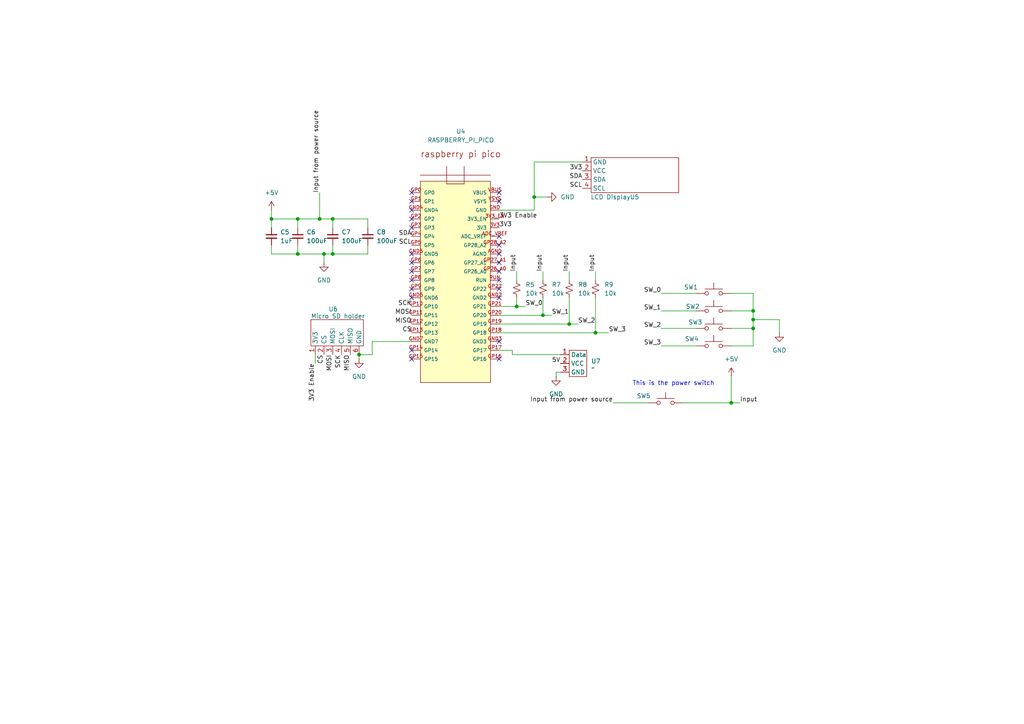
<source format=kicad_sch>
(kicad_sch (version 20231120) (generator "eeschema") (generator_version "8.0")
  (paper "A4")
  (lib_symbols
    (symbol "Component:LCD_Display"
      (property "Reference" "U" (at 0 7.874 0))
      (symbol "LCD_Display_0_1"
        (rectangle (start -12.7 5.08) (end 12.7 -5.08))
      )
      (symbol "LCD_Display_1_1"
        (pin input line (at -15.24 3.81 0) (length 2.54) (name "GND") (number "1"))
        (pin input line (at -15.24 1.27 0) (length 2.54) (name "VCC") (number "2"))
        (pin input line (at -15.24 -1.27 0) (length 2.54) (name "SDA") (number "3"))
        (pin input line (at -15.24 -3.81 0) (length 2.54) (name "SCL") (number "4"))
      )
    )
    (symbol "Component:Micro_SD_card_holder"
      (property "Reference" "U" (at 0 10.16 0))
      (symbol "Micro_SD_card_holder_0_1"
        (rectangle (start -3.81 7.62) (end 3.81 -7.62))
      )
      (symbol "Micro_SD_card_holder_1_1"
        (pin input line (at -6.35 6.35 0) (length 2.54) (name "3V3") (number "1"))
        (pin input line (at -6.35 3.81 0) (length 2.54) (name "CS") (number "2"))
        (pin input line (at -6.35 1.27 0) (length 2.54) (name "MOSI") (number "3"))
        (pin input line (at -6.35 -1.27 0) (length 2.54) (name "CLK") (number "4"))
        (pin input line (at -6.35 -3.81 0) (length 2.54) (name "MISO") (number "5"))
        (pin input line (at -6.35 -6.35 0) (length 2.54) (name "GND") (number "6"))
      )
    )
    (symbol "Component:RF_Transmitter"
      (property "Reference" "U" (at 0 4.064 0))
      (symbol "RF_Transmitter_0_1"
        (rectangle (start -3.81 2.54) (end 3.81 -2.54))
      )
      (symbol "RF_Transmitter_1_1"
        (pin input line (at -2.54 -5.08 90) (length 2.54) (name "Data") (number "1"))
        (pin input line (at 0 -5.08 90) (length 2.54) (name "VCC") (number "2"))
        (pin input line (at 2.54 -5.08 90) (length 2.54) (name "GND") (number "3"))
      )
    )
    (symbol "Device:C_Small" (pin_numbers hide) (pin_names (offset 0.254) hide)
      (property "Reference" "C" (at 0.254 1.778 0))
      (property "Value" "C_Small" (at 0.254 -2.032 0))
      (symbol "C_Small_0_1"
        (polyline (pts (xy -1.524 -0.508) (xy 1.524 -0.508)) (stroke (width 0.3302)))
        (polyline (pts (xy -1.524 0.508) (xy 1.524 0.508)) (stroke (width 0.3048)))
      )
      (symbol "C_Small_1_1"
        (pin passive line (at 0 2.54 270) (length 2.032) (name "~") (number "1"))
        (pin passive line (at 0 -2.54 90) (length 2.032) (name "~") (number "2"))
      )
    )
    (symbol "Device:R_Small_US" (pin_numbers hide) (pin_names (offset 0.254) hide)
      (property "Reference" "R" (at 0.762 0.508 0))
      (property "Value" "R_Small_US" (at 0.762 -1.016 0))
      (symbol "R_Small_US_1_1"
        (polyline (pts (xy 0 0) (xy 1.016 -0.381) (xy 0 -0.762) (xy -1.016 -1.143) (xy 0 -1.524)))
        (polyline (pts (xy 0 1.524) (xy 1.016 1.143) (xy 0 0.762) (xy -1.016 0.381) (xy 0 0)))
        (pin passive line (at 0 2.54 270) (length 1.016) (name "~") (number "1"))
        (pin passive line (at 0 -2.54 90) (length 1.016) (name "~") (number "2"))
      )
    )
    (symbol "RASPBERRY_PI_PICO:RASPBERRY_PI_PICO" (pin_names (offset 1.016))
      (property "Reference" "U" (at 0 0 0))
      (property "Value" "RASPBERRY_PI_PICO" (at 0 0 0))
      (symbol "RASPBERRY_PI_PICO_0_0"
        (rectangle (start -7.62 -34.7604) (end 12.7 23.6596) (stroke (width 0.1524)) (fill (type background)))
        (polyline (pts (xy 0 22.86) (xy 5.08 22.86)) (stroke (width 0.1524)))
        (polyline (pts (xy 0 27.94) (xy 0 22.86)) (stroke (width 0.1524)))
        (polyline (pts (xy 5.08 22.86) (xy 5.08 27.94)) (stroke (width 0.1524)))
        (polyline (pts (xy 12.7 25.4) (xy -7.62 25.4)) (stroke (width 0.1524)))
        (text "raspberry pi pico" (at -7.62 30.48 0) (effects (font (size 1.778 1.778)) (justify left bottom)))
        (pin bidirectional line (at 15.24 10.16 180) (length 2.54) (name "3V3") (number "3V3"))
        (pin bidirectional line (at 15.24 12.7 180) (length 2.54) (name "3V3_EN") (number "3V3_EN"))
        (pin bidirectional line (at 15.24 7.62 180) (length 2.54) (name "ADC_VREF") (number "ADC_VREF"))
        (pin bidirectional line (at 15.24 2.54 180) (length 2.54) (name "AGND") (number "AGND"))
        (pin bidirectional line (at 15.24 15.24 180) (length 2.54) (name "GND") (number "GND"))
        (pin bidirectional line (at 15.24 -10.16 180) (length 2.54) (name "GND2") (number "GND2"))
        (pin bidirectional line (at 15.24 -22.86 180) (length 2.54) (name "GND3") (number "GND3"))
        (pin bidirectional line (at -10.16 15.24 0) (length 2.54) (name "GND4") (number "GND4"))
        (pin bidirectional line (at -10.16 2.54 0) (length 2.54) (name "GND5") (number "GND5"))
        (pin bidirectional line (at -10.16 -10.16 0) (length 2.54) (name "GND6") (number "GND6"))
        (pin bidirectional line (at -10.16 -22.86 0) (length 2.54) (name "GND7") (number "GND7"))
        (pin bidirectional line (at -10.16 20.32 0) (length 2.54) (name "GP0") (number "GP0"))
        (pin bidirectional line (at -10.16 17.78 0) (length 2.54) (name "GP1") (number "GP1"))
        (pin bidirectional line (at -10.16 -12.7 0) (length 2.54) (name "GP10") (number "GP10"))
        (pin bidirectional line (at -10.16 -15.24 0) (length 2.54) (name "GP11") (number "GP11"))
        (pin bidirectional line (at -10.16 -17.78 0) (length 2.54) (name "GP12") (number "GP12"))
        (pin bidirectional line (at -10.16 -20.32 0) (length 2.54) (name "GP13") (number "GP13"))
        (pin bidirectional line (at -10.16 -25.4 0) (length 2.54) (name "GP14") (number "GP14"))
        (pin bidirectional line (at -10.16 -27.94 0) (length 2.54) (name "GP15") (number "GP15"))
        (pin bidirectional line (at 15.24 -27.94 180) (length 2.54) (name "GP16") (number "GP16"))
        (pin bidirectional line (at 15.24 -25.4 180) (length 2.54) (name "GP17") (number "GP17"))
        (pin bidirectional line (at 15.24 -20.32 180) (length 2.54) (name "GP18") (number "GP18"))
        (pin bidirectional line (at 15.24 -17.78 180) (length 2.54) (name "GP19") (number "GP19"))
        (pin bidirectional line (at -10.16 12.7 0) (length 2.54) (name "GP2") (number "GP2"))
        (pin bidirectional line (at 15.24 -15.24 180) (length 2.54) (name "GP20") (number "GP20"))
        (pin bidirectional line (at 15.24 -12.7 180) (length 2.54) (name "GP21") (number "GP21"))
        (pin bidirectional line (at 15.24 -7.62 180) (length 2.54) (name "GP22") (number "GP22"))
        (pin bidirectional line (at 15.24 -2.54 180) (length 2.54) (name "GP26_A0") (number "GP26_A0"))
        (pin bidirectional line (at 15.24 0 180) (length 2.54) (name "GP27_A1") (number "GP27_A1"))
        (pin bidirectional line (at 15.24 5.08 180) (length 2.54) (name "GP28_A2") (number "GP28_A2"))
        (pin bidirectional line (at -10.16 10.16 0) (length 2.54) (name "GP3") (number "GP3"))
        (pin bidirectional line (at -10.16 7.62 0) (length 2.54) (name "GP4") (number "GP4"))
        (pin bidirectional line (at -10.16 5.08 0) (length 2.54) (name "GP5") (number "GP5"))
        (pin bidirectional line (at -10.16 0 0) (length 2.54) (name "GP6") (number "GP6"))
        (pin bidirectional line (at -10.16 -2.54 0) (length 2.54) (name "GP7") (number "GP7"))
        (pin bidirectional line (at -10.16 -5.08 0) (length 2.54) (name "GP8") (number "GP8"))
        (pin bidirectional line (at -10.16 -7.62 0) (length 2.54) (name "GP9") (number "GP9"))
        (pin bidirectional line (at 15.24 -5.08 180) (length 2.54) (name "RUN") (number "RUN"))
        (pin bidirectional line (at 15.24 20.32 180) (length 2.54) (name "VBUS") (number "VBUS"))
        (pin bidirectional line (at 15.24 17.78 180) (length 2.54) (name "VSYS") (number "VSYS"))
      )
    )
    (symbol "Switch:SW_Push" (pin_numbers hide) (pin_names (offset 1.016) hide)
      (property "Reference" "SW" (at 1.27 2.54 0))
      (property "Value" "SW_Push" (at 0 -1.524 0))
      (symbol "SW_Push_0_1"
        (circle (center -2.032 0) (radius 0.508))
        (polyline (pts (xy 0 1.27) (xy 0 3.048)))
        (polyline (pts (xy 2.54 1.27) (xy -2.54 1.27)))
        (circle (center 2.032 0) (radius 0.508))
        (pin passive line (at -5.08 0 0) (length 2.54) (name "1") (number "1"))
        (pin passive line (at 5.08 0 180) (length 2.54) (name "2") (number "2"))
      )
    )
    (symbol "power:+5V" (power) (pin_numbers hide) (pin_names (offset 0) hide)
      (property "Value" "+5V" (at 0 3.556 0))
      (symbol "+5V_0_1"
        (polyline (pts (xy -0.762 1.27) (xy 0 2.54)))
        (polyline (pts (xy 0 0) (xy 0 2.54)))
        (polyline (pts (xy 0 2.54) (xy 0.762 1.27)))
      )
      (symbol "+5V_1_1"
        (pin power_in line (at 0 0 90) (length 0) (name "~") (number "1"))
      )
    )
    (symbol "power:GND" (power) (pin_numbers hide) (pin_names (offset 0) hide)
      (property "Value" "GND" (at 0 -3.81 0))
      (symbol "GND_0_1"
        (polyline (pts (xy 0 0) (xy 0 -1.27) (xy 1.27 -1.27) (xy 0 -2.54) (xy -1.27 -1.27) (xy 0 -1.27)))
      )
      (symbol "GND_1_1"
        (pin power_in line (at 0 0 270) (length 0) (name "~") (number "1"))
      )
    )
  )
  (junction (at 86.36 73.66))
  (junction (at 96.52 63.5))
  (junction (at 218.44 90.17))
  (junction (at 165.1 93.98))
  (junction (at 78.74 63.5))
  (junction (at 212.09 116.84))
  (junction (at 218.44 95.25))
  (junction (at 86.36 63.5))
  (junction (at 93.98 73.66))
  (junction (at 104.14 102.87))
  (junction (at 96.52 73.66))
  (junction (at 92.71 63.5))
  (junction (at 218.44 92.71))
  (junction (at 154.94 57.15))
  (junction (at 149.86 88.9))
  (junction (at 157.48 91.44))
  (junction (at 172.72 96.52))
  (no_connect (at 119.38 86.36))
  (no_connect (at 119.38 73.66))
  (no_connect (at 119.38 63.5))
  (no_connect (at 119.38 83.82))
  (no_connect (at 119.38 55.88))
  (no_connect (at 119.38 101.6))
  (no_connect (at 119.38 104.14))
  (no_connect (at 144.78 76.2))
  (no_connect (at 119.38 58.42))
  (no_connect (at 144.78 86.36))
  (no_connect (at 119.38 81.28))
  (no_connect (at 144.78 73.66))
  (no_connect (at 144.78 58.42))
  (no_connect (at 144.78 68.58))
  (no_connect (at 119.38 60.96))
  (no_connect (at 144.78 99.06))
  (no_connect (at 119.38 78.74))
  (no_connect (at 119.38 66.04))
  (no_connect (at 144.78 55.88))
  (no_connect (at 144.78 81.28))
  (no_connect (at 144.78 83.82))
  (no_connect (at 119.38 76.2))
  (no_connect (at 144.78 78.74))
  (no_connect (at 144.78 104.14))
  (no_connect (at 144.78 71.12))
  (wire (pts (xy 191.77 90.17) (xy 201.93 90.17)))
  (wire (pts (xy 172.72 86.36) (xy 172.72 96.52)))
  (wire (pts (xy 191.77 85.09) (xy 201.93 85.09)))
  (wire (pts (xy 144.78 91.44) (xy 157.48 91.44)))
  (wire (pts (xy 106.68 73.66) (xy 96.52 73.66)))
  (wire (pts (xy 106.68 66.04) (xy 106.68 63.5)))
  (wire (pts (xy 96.52 71.12) (xy 96.52 73.66)))
  (wire (pts (xy 92.71 63.5) (xy 96.52 63.5)))
  (wire (pts (xy 161.29 107.95) (xy 162.56 107.95)))
  (wire (pts (xy 93.98 73.66) (xy 86.36 73.66)))
  (wire (pts (xy 177.8 116.84) (xy 187.96 116.84)))
  (wire (pts (xy 218.44 85.09) (xy 218.44 90.17)))
  (wire (pts (xy 149.86 88.9) (xy 152.4 88.9)))
  (wire (pts (xy 78.74 63.5) (xy 86.36 63.5)))
  (wire (pts (xy 78.74 71.12) (xy 78.74 73.66)))
  (wire (pts (xy 191.77 95.25) (xy 201.93 95.25)))
  (wire (pts (xy 119.38 99.06) (xy 107.95 99.06)))
  (wire (pts (xy 149.86 78.74) (xy 149.86 81.28)))
  (wire (pts (xy 161.29 109.22) (xy 161.29 107.95)))
  (wire (pts (xy 106.68 71.12) (xy 106.68 73.66)))
  (wire (pts (xy 218.44 95.25) (xy 218.44 100.33)))
  (wire (pts (xy 198.12 116.84) (xy 212.09 116.84)))
  (wire (pts (xy 212.09 90.17) (xy 218.44 90.17)))
  (wire (pts (xy 154.94 46.99) (xy 154.94 57.15)))
  (wire (pts (xy 172.72 96.52) (xy 144.78 96.52)))
  (wire (pts (xy 162.56 102.87) (xy 148.59 102.87)))
  (wire (pts (xy 172.72 78.74) (xy 172.72 81.28)))
  (wire (pts (xy 78.74 60.96) (xy 78.74 63.5)))
  (wire (pts (xy 86.36 66.04) (xy 86.36 63.5)))
  (wire (pts (xy 149.86 88.9) (xy 149.86 86.36)))
  (wire (pts (xy 157.48 78.74) (xy 157.48 81.28)))
  (wire (pts (xy 148.59 102.87) (xy 148.59 101.6)))
  (wire (pts (xy 148.59 101.6) (xy 144.78 101.6)))
  (wire (pts (xy 78.74 73.66) (xy 86.36 73.66)))
  (wire (pts (xy 191.77 100.33) (xy 201.93 100.33)))
  (wire (pts (xy 91.44 105.41) (xy 91.44 102.87)))
  (wire (pts (xy 212.09 116.84) (xy 214.63 116.84)))
  (wire (pts (xy 157.48 86.36) (xy 157.48 91.44)))
  (wire (pts (xy 212.09 100.33) (xy 218.44 100.33)))
  (wire (pts (xy 78.74 63.5) (xy 78.74 66.04)))
  (wire (pts (xy 93.98 73.66) (xy 93.98 76.2)))
  (wire (pts (xy 96.52 63.5) (xy 106.68 63.5)))
  (wire (pts (xy 144.78 93.98) (xy 165.1 93.98)))
  (wire (pts (xy 165.1 78.74) (xy 165.1 81.28)))
  (wire (pts (xy 172.72 96.52) (xy 176.53 96.52)))
  (wire (pts (xy 96.52 66.04) (xy 96.52 63.5)))
  (wire (pts (xy 107.95 102.87) (xy 104.14 102.87)))
  (wire (pts (xy 86.36 73.66) (xy 86.36 71.12)))
  (wire (pts (xy 218.44 92.71) (xy 218.44 95.25)))
  (wire (pts (xy 165.1 93.98) (xy 167.64 93.98)))
  (wire (pts (xy 168.91 46.99) (xy 154.94 46.99)))
  (wire (pts (xy 158.75 57.15) (xy 154.94 57.15)))
  (wire (pts (xy 212.09 95.25) (xy 218.44 95.25)))
  (wire (pts (xy 165.1 86.36) (xy 165.1 93.98)))
  (wire (pts (xy 93.98 73.66) (xy 96.52 73.66)))
  (wire (pts (xy 86.36 63.5) (xy 92.71 63.5)))
  (wire (pts (xy 218.44 90.17) (xy 218.44 92.71)))
  (wire (pts (xy 157.48 91.44) (xy 160.02 91.44)))
  (wire (pts (xy 144.78 60.96) (xy 154.94 60.96)))
  (wire (pts (xy 212.09 85.09) (xy 218.44 85.09)))
  (wire (pts (xy 218.44 92.71) (xy 226.06 92.71)))
  (wire (pts (xy 144.78 88.9) (xy 149.86 88.9)))
  (wire (pts (xy 92.71 55.88) (xy 92.71 63.5)))
  (wire (pts (xy 212.09 109.22) (xy 212.09 116.84)))
  (wire (pts (xy 226.06 92.71) (xy 226.06 96.52)))
  (wire (pts (xy 104.14 104.14) (xy 104.14 102.87)))
  (wire (pts (xy 154.94 57.15) (xy 154.94 60.96)))
  (wire (pts (xy 107.95 99.06) (xy 107.95 102.87)))
  (text "This is the power switch\n" (at 195.326 111.252 0) (effects (font (size 1.27 1.27))))
  (label "3V3 Enable" (at 91.44 105.41 270))
  (label "SW_0" (at 191.77 85.09 180))
  (label "SW_2" (at 191.77 95.25 180))
  (label "SW_0" (at 152.4 88.9 0))
  (label "CS" (at 119.38 96.52 180))
  (label "3V3" (at 144.78 66.04 0))
  (label "Input" (at 149.86 78.74 90))
  (label "SDA" (at 168.91 52.07 180))
  (label "Input" (at 214.63 116.84 0))
  (label "SW_1" (at 160.02 91.44 0))
  (label "SCL" (at 119.38 71.12 180))
  (label "SW_2" (at 167.64 93.98 0))
  (label "SCK" (at 99.06 102.87 270))
  (label "Input" (at 172.72 78.74 90))
  (label "MOSI" (at 96.52 102.87 270))
  (label "MISO" (at 101.6 102.87 270))
  (label "3V3 Enable" (at 144.78 63.5 0))
  (label "Input" (at 165.1 78.74 90))
  (label "Input" (at 157.48 78.74 90))
  (label "5V" (at 162.56 105.41 180))
  (label "SW_3" (at 191.77 100.33 180))
  (label "CS" (at 93.98 102.87 270))
  (label "SCK" (at 119.38 88.9 180))
  (label "MOSI" (at 119.38 91.44 180))
  (label "SCL" (at 168.91 54.61 180))
  (label "SW_1" (at 191.77 90.17 180))
  (label "SW_3" (at 176.53 96.52 0))
  (label "MISO" (at 119.38 93.98 180))
  (label "SDA" (at 119.38 68.58 180))
  (label "Input from power source" (at 92.71 55.88 90))
  (label "Input from power source" (at 177.8 116.84 180))
  (label "3V3" (at 168.91 49.53 180))
  (symbol (lib_id "Component:Micro_SD_card_holder") (at 97.79 96.52 90) (unit 1)
    (property "Reference" "U6" (at 95.25 89.662 90) (effects (justify right)))
    (property "Value" "Micro SD holder" (at 90.17 91.694 90) (effects (justify right)))
  )
  (symbol (lib_id "Component:LCD_Display") (at 184.15 50.8 0) (unit 1)
    (property "Reference" "U5" (at 185.4201 57.15 0) (effects (justify right)))
    (property "Value" "LCD Display" (at 182.8801 57.15 0) (effects (justify right)))
  )
  (symbol (lib_id "power:GND") (at 226.06 96.52 0) (unit 1)
    (property "Reference" "#PWR010" (effects (hide yes)))
    (property "Value" "GND" (at 226.06 101.6 0))
    (property "Description" "Power symbol creates a global label with name \"GND\" , ground" (effects (hide yes)))
  )
  (symbol (lib_id "Component:RF_Transmitter") (at 167.64 105.41 270) (unit 1)
    (property "Reference" "U7" (at 171.45 104.7749 90) (effects (justify left)))
    (property "Value" "~" (at 171.45 106.68 90) (effects (justify left)))
  )
  (symbol (lib_id "Device:R_Small_US") (at 157.48 83.82 0) (unit 1)
    (property "Reference" "R7" (at 160.02 82.5499 0) (effects (justify left)))
    (property "Value" "10k" (at 160.02 85.0899 0) (effects (justify left)))
    (property "Description" "Resistor, small US symbol" (effects (hide yes)))
  )
  (symbol (lib_id "Device:R_Small_US") (at 165.1 83.82 0) (unit 1)
    (property "Reference" "R8" (at 167.64 82.5499 0) (effects (justify left)))
    (property "Value" "10k" (at 167.64 85.0899 0) (effects (justify left)))
    (property "Description" "Resistor, small US symbol" (effects (hide yes)))
  )
  (symbol (lib_id "Device:C_Small") (at 106.68 68.58 0) (unit 1)
    (property "Reference" "C8" (at 109.22 67.3162 0) (effects (justify left)))
    (property "Value" "100uF" (at 109.22 69.8562 0) (effects (justify left)))
    (property "Description" "Unpolarized capacitor, small symbol" (effects (hide yes)))
  )
  (symbol (lib_id "Switch:SW_Push") (at 207.01 95.25 0) (unit 1)
    (property "Reference" "SW3" (at 201.676 93.472 0))
    (property "Value" "SW_Push" (effects (hide yes)))
    (property "Description" "Push button switch, generic, two pins" (effects (hide yes)))
  )
  (symbol (lib_id "power:GND") (at 158.75 57.15 90) (unit 1)
    (property "Reference" "#PWR020" (effects (hide yes)))
    (property "Value" "GND" (at 162.56 57.1499 90) (effects (justify right)))
    (property "Description" "Power symbol creates a global label with name \"GND\" , ground" (effects (hide yes)))
  )
  (symbol (lib_id "power:+5V") (at 212.09 109.22 0) (unit 1)
    (property "Reference" "#PWR012" (effects (hide yes)))
    (property "Value" "+5V" (at 212.09 104.14 0))
    (property "Description" "Power symbol creates a global label with name \"+5V\"" (effects (hide yes)))
  )
  (symbol (lib_id "power:GND") (at 93.98 76.2 0) (unit 1)
    (property "Reference" "#PWR08" (effects (hide yes)))
    (property "Value" "GND" (at 93.98 81.28 0))
    (property "Description" "Power symbol creates a global label with name \"GND\" , ground" (effects (hide yes)))
  )
  (symbol (lib_id "power:GND") (at 104.14 104.14 0) (unit 1)
    (property "Reference" "#PWR017" (effects (hide yes)))
    (property "Value" "GND" (at 104.14 109.22 0))
    (property "Description" "Power symbol creates a global label with name \"GND\" , ground" (effects (hide yes)))
  )
  (symbol (lib_id "Switch:SW_Push") (at 207.01 90.17 0) (unit 1)
    (property "Reference" "SW2" (at 200.914 88.9 0))
    (property "Value" "SW_Push" (effects (hide yes)))
    (property "Description" "Push button switch, generic, two pins" (effects (hide yes)))
  )
  (symbol (lib_id "Switch:SW_Push") (at 207.01 100.33 0) (unit 1)
    (property "Reference" "SW4" (at 200.66 98.298 0))
    (property "Value" "SW_Push" (effects (hide yes)))
    (property "Description" "Push button switch, generic, two pins" (effects (hide yes)))
  )
  (symbol (lib_id "Device:R_Small_US") (at 172.72 83.82 0) (unit 1)
    (property "Reference" "R9" (at 175.26 82.5499 0) (effects (justify left)))
    (property "Value" "10k" (at 175.26 85.0899 0) (effects (justify left)))
    (property "Description" "Resistor, small US symbol" (effects (hide yes)))
  )
  (symbol (lib_id "Device:C_Small") (at 86.36 68.58 0) (unit 1)
    (property "Reference" "C6" (at 88.9 67.3162 0) (effects (justify left)))
    (property "Value" "100uF" (at 88.9 69.8562 0) (effects (justify left)))
    (property "Description" "Unpolarized capacitor, small symbol" (effects (hide yes)))
  )
  (symbol (lib_id "power:GND") (at 161.29 109.22 0) (unit 1)
    (property "Reference" "#PWR018" (effects (hide yes)))
    (property "Value" "GND" (at 161.29 114.3 0))
    (property "Description" "Power symbol creates a global label with name \"GND\" , ground" (effects (hide yes)))
  )
  (symbol (lib_id "Device:C_Small") (at 78.74 68.58 0) (unit 1)
    (property "Reference" "C5" (at 81.28 67.3162 0) (effects (justify left)))
    (property "Value" "1uF" (at 81.28 69.8562 0) (effects (justify left)))
    (property "Description" "Unpolarized capacitor, small symbol" (effects (hide yes)))
  )
  (symbol (lib_id "RASPBERRY_PI_PICO:RASPBERRY_PI_PICO") (at 129.54 76.2 0) (unit 1)
    (property "Reference" "U4" (at 133.6371 38.1 0))
    (property "Value" "RASPBERRY_PI_PICO" (at 133.6371 40.64 0))
    (property "Footprint" "RASPBERRY_PI_PICO:RASPBERRY_PI_PICO" (effects (hide yes)))
    (property "MF" "Raspberry Pi" (effects (hide yes)))
    (property "Description_1" "\nRaspberry Pi Board, Arm Cortex-M0+; Core Architecture:Arm; Core Sub-Architecture:Cortex-M0+; Kit Contents:Raspberry Pi Pico Board; No. Of Bits:32Bit; Silicon Core Number:Rp2040; Silicon Manufacturer:Raspberry Pi |Raspberry-Pi RASPBERRY PI PICO\n" (effects (hide yes)))
    (property "Package" "None" (effects (hide yes)))
    (property "Price" "None" (effects (hide yes)))
    (property "SnapEDA_Link" "https://www.snapeda.com/parts/RASPBERRY%20PI%20PICO/Raspberry+Pi/view-part/?ref=snap" (effects (hide yes)))
    (property "MP" "RASPBERRY PI PICO" (effects (hide yes)))
    (property "Availability" "In Stock" (effects (hide yes)))
    (property "Check_prices" "https://www.snapeda.com/parts/RASPBERRY%20PI%20PICO/Raspberry+Pi/view-part/?ref=eda" (effects (hide yes)))
  )
  (symbol (lib_id "Switch:SW_Push") (at 193.04 116.84 0) (unit 1)
    (property "Reference" "SW5" (at 186.69 114.808 0))
    (property "Value" "SW_Push" (effects (hide yes)))
    (property "Description" "Push button switch, generic, two pins" (effects (hide yes)))
  )
  (symbol (lib_id "Device:C_Small") (at 96.52 68.58 0) (unit 1)
    (property "Reference" "C7" (at 99.06 67.3162 0) (effects (justify left)))
    (property "Value" "100uF" (at 99.06 69.8562 0) (effects (justify left)))
    (property "Description" "Unpolarized capacitor, small symbol" (effects (hide yes)))
  )
  (symbol (lib_id "Device:R_Small_US") (at 149.86 83.82 0) (unit 1)
    (property "Reference" "R5" (at 152.4 82.5499 0) (effects (justify left)))
    (property "Value" "10k" (at 152.4 85.0899 0) (effects (justify left)))
    (property "Description" "Resistor, small US symbol" (effects (hide yes)))
  )
  (symbol (lib_id "Switch:SW_Push") (at 207.01 85.09 0) (unit 1)
    (property "Reference" "SW1" (at 200.406 83.312 0))
    (property "Value" "SW_Push" (effects (hide yes)))
    (property "Description" "Push button switch, generic, two pins" (effects (hide yes)))
  )
  (symbol (lib_id "power:+5V") (at 78.74 60.96 0) (unit 1)
    (property "Reference" "#PWR07" (effects (hide yes)))
    (property "Value" "+5V" (at 78.74 55.88 0))
    (property "Description" "Power symbol creates a global label with name \"+5V\"" (effects (hide yes)))
  )
)
</source>
